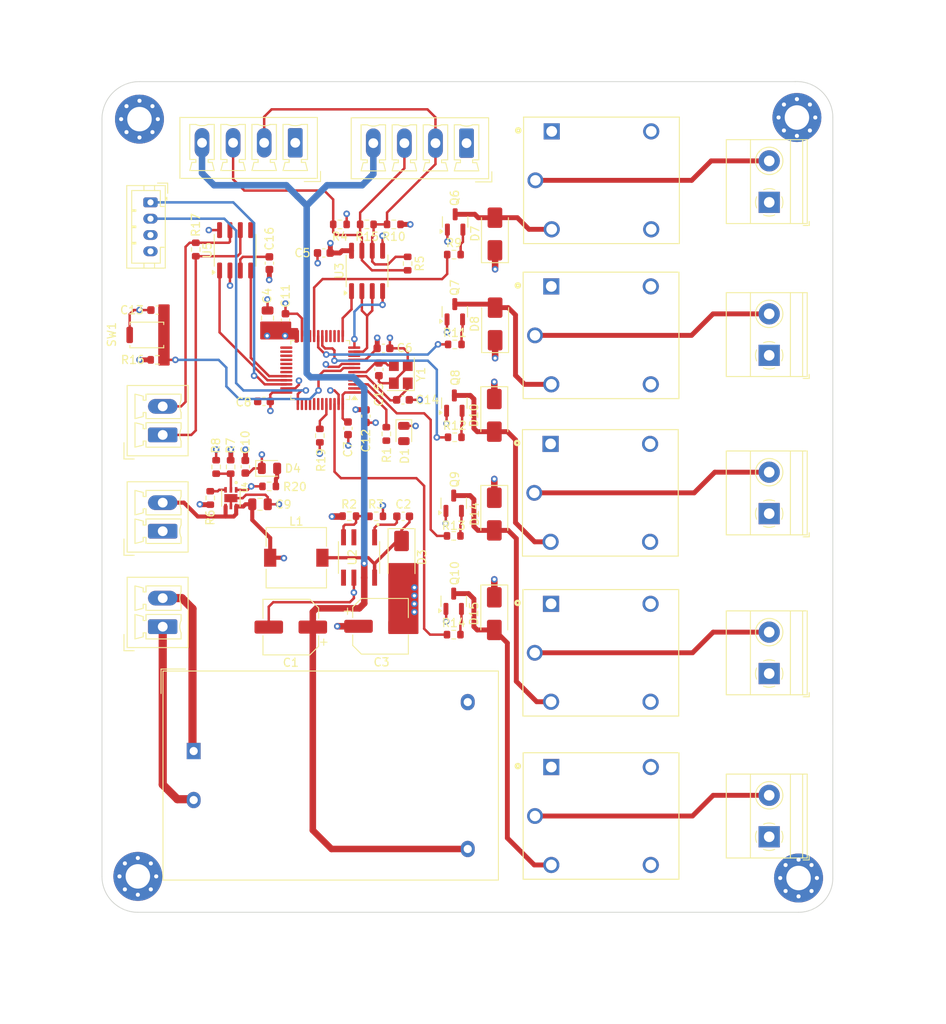
<source format=kicad_pcb>
(kicad_pcb (version 20240108) (generator "pcbnew") (generator_version "8.0")
  (layers (0 "F.Cu" signal) (1 "In1.Cu" power "GND") (2 "In2.Cu" power "PWR") (31 "B.Cu" signal) (34 "B.Paste" user) (35 "F.Paste" user) (36 "B.SilkS" user "B.Silkscreen") (37 "F.SilkS" user "F.Silkscreen") (38 "B.Mask" user) (39 "F.Mask" user) (44 "Edge.Cuts" user))
  (net 0 "")
  (net 1 "GND")
  (net 2 "+24V")
  (net 3 "Net-(U2-BOOT)")
  (net 4 "Net-(D3-K)")
  (net 5 "+12V")
  (net 6 "+3.3V")
  (net 7 "Net-(D1-A)")
  (net 8 "Net-(D4-A)")
  (net 9 "Net-(D7-A)")
  (net 10 "Net-(D8-A)")
  (net 11 "Net-(D10-A)")
  (net 12 "Net-(D14-A)")
  (net 13 "Net-(D15-A)")
  (net 14 "Net-(J5-Pin_2)")
  (net 15 "Net-(J5-Pin_3)")
  (net 16 "L")
  (net 17 "Net-(J14-Pin_2)")
  (net 18 "Net-(J15-Pin_2)")
  (net 19 "N")
  (net 20 "Net-(J16-Pin_2)")
  (net 21 "Net-(J17-Pin_2)")
  (net 22 "Net-(J18-Pin_2)")
  (net 23 "Net-(Q6-B)")
  (net 24 "Net-(Q7-B)")
  (net 25 "Net-(Q8-B)")
  (net 26 "Net-(Q9-B)")
  (net 27 "Net-(Q10-B)")
  (net 28 "NRST")
  (net 29 "Net-(U2-VSENSE)")
  (net 30 "Net-(U4-PG)")
  (net 31 "Net-(U4-NC)")
  (net 32 "/HydroB/Block Relay1/RELAY_1")
  (net 33 "/HydroB/Block Relay1/RELAY_4")
  (net 34 "/HydroB/Block Relay1/RELAY_2")
  (net 35 "/HydroB/Block Relay1/RELAY_5")
  (net 36 "/HydroB/Block Relay1/RELAY_3")
  (net 37 "/HydroB/Block Sensor1/RS485_RX")
  (net 38 "/HydroB/Block Sensor1/EN_RS485")
  (net 39 "/HydroB/Block Sensor1/RS485_TX")
  (net 40 "HSE_IN")
  (net 41 "HSE_OUT")
  (net 42 "Net-(U5-VCC)")
  (net 43 "Net-(J3-Pin_1)")
  (net 44 "Net-(J3-Pin_2)")
  (net 45 "SWCLK")
  (net 46 "SWDIO")
  (net 47 "LED")
  (net 48 "BOOT0")
  (net 54 "/HydroB/Canbus tranceiver /CAN_RX")
  (net 63 "/HydroB/Canbus tranceiver /CAN_TX")
  (net 71 "ENA")
  (footprint "Connector_Phoenix_MC:PhoenixContact_MCV_1,5_2-G-3.5_1x02_P3.50mm_Vertical" (layer "F.Cu") (at 111.45 111.8 90)
    (property "Reference" "J7" (hide yes))
    (property "Value" "Conn_01x02_Pin")
  )
  (footprint "Capacitor_SMD:C_0603_1608Metric" (layer "F.Cu") (at 134.1625 87.4875 -90)
    (property "Reference" "C7")
    (property "Value" "100nf")
  )
  (footprint "Diode_SMD:D_SMA" (layer "F.Cu") (at 152.1 85.9 -90)
    (property "Reference" "D10")
    (property "Value" "1N4007")
  )
  (footprint "TerminalBlock_Phoenix:TerminalBlock_Phoenix_MKDS-1,5-2-5.08_1x02_P5.08mm_Horizontal" (layer "F.Cu") (at 185.8 137.545 90)
    (property "Reference" "J18" (hide yes))
    (property "Value" "Screw_Terminal_01x02")
  )
  (footprint "Capacitor_SMD:C_0603_1608Metric" (layer "F.Cu") (at 140.925 98.275 180)
    (property "Reference" "C2")
    (property "Value" "0.01uF")
  )
  (footprint "Capacitor_SMD:C_0603_1608Metric" (layer "F.Cu") (at 137.95 80.2625 -90)
    (property "Reference" "C15")
    (property "Value" "22PF")
  )
  (footprint "Resistor_SMD:R_0603_1608Metric" (layer "F.Cu") (at 147.25 88.5875)
    (property "Reference" "R12")
    (property "Value" "470")
  )
  (footprint "Resistor_SMD:R_0603_1608Metric" (layer "F.Cu") (at 147.15 66.2)
    (property "Reference" "R9")
    (property "Value" "470")
  )
  (footprint "Resistor_SMD:R_0603_1608Metric" (layer "F.Cu") (at 119.775 92.225 -90)
    (property "Reference" "R7")
    (property "Value" "1.96M")
  )
  (footprint "Diode_SMD:D_SMA" (layer "F.Cu") (at 152.1 110.2 -90)
    (property "Reference" "D15")
    (property "Value" "1N4007")
  )
  (footprint "Package_TO_SOT_SMD:SOT-23" (layer "F.Cu") (at 147.2 84.4 90)
    (property "Reference" "Q8")
    (property "Value" "S8050")
  )
  (footprint "TPS5410D:SOIC127P599X175-8N" (layer "F.Cu") (at 135.52 103.32 -90)
    (property "Reference" "U2")
    (property "Value" "TPS5410D")
  )
  (footprint "Resistor_SMD:R_0603_1608Metric" (layer "F.Cu") (at 124.5 94.61)
    (property "Reference" "R20")
    (property "Value" "1k")
  )
  (footprint "TerminalBlock_Phoenix:TerminalBlock_Phoenix_MKDS-1,5-2-5.08_1x02_P5.08mm_Horizontal" (layer "F.Cu") (at 185.8 117.545 90)
    (property "Reference" "J17" (hide yes))
    (property "Value" "Screw_Terminal_01x02")
  )
  (footprint "Package_QFP:LQFP-48_7x7mm_P0.5mm" (layer "F.Cu") (at 130.7625 80.35 180)
    (property "Reference" "U1" (hide yes))
    (property "Value" "STM32F103C8Tx")
  )
  (footprint "Diode_SMD:D_SMA" (layer "F.Cu") (at 152.1 98 -90)
    (property "Reference" "D14")
    (property "Value" "1N4007")
  )
  (footprint "SRD-05VDC-SL-C (1):RELAY_SRD-05VDC-SL-C" (layer "F.Cu") (at 165.1875 135)
    (property "Reference" "K10" (hide yes))
    (property "Value" "SRD-05VDC-SL-C")
  )
  (footprint "Diode_SMD:D_SMA" (layer "F.Cu") (at 152.2 74.7 90)
    (property "Reference" "D8")
    (property "Value" "1N4007")
  )
  (footprint "Package_SO:SOIC-8_3.9x4.9mm_P1.27mm" (layer "F.Cu") (at 136.5 68.2 90)
    (property "Reference" "U3")
    (property "Value" "SN65HVD72DR")
  )
  (footprint "Resistor_SMD:R_0603_1608Metric" (layer "F.Cu") (at 147.2575 77.21)
    (property "Reference" "R11")
    (property "Value" "470")
  )
  (footprint "Button_Switch_SMD:SW_Push_SPST_NO_Alps_SKRK" (layer "F.Cu") (at 109.5 76.05)
    (property "Reference" "SW1")
    (property "Value" "SW_Push")
  )
  (footprint "Capacitor_SMD:CP_Elec_6.3x5.4_Nichicon" (layer "F.Cu") (at 138.15 111.75)
    (property "Reference" "C3")
    (property "Value" "47uF")
  )
  (footprint "Capacitor_SMD:C_0603_1608Metric" (layer "F.Cu") (at 110.775 73 180)
    (property "Reference" "C13")
    (property "Value" "100nF")
  )
  (footprint "Resistor_SMD:R_0603_1608Metric" (layer "F.Cu") (at 130.7125 88.3875 -90)
    (property "Reference" "R19")
    (property "Value" "10k")
  )
  (footprint "SRD-05VDC-SL-C (1):RELAY_SRD-05VDC-SL-C" (layer "F.Cu") (at 165.1875 76.1)
    (property "Reference" "K7" (hide yes))
    (property "Value" "SRD-05VDC-SL-C")
  )
  (footprint "Resistor_SMD:R_0603_1608Metric" (layer "F.Cu") (at 118 92.225 90)
    (property "Reference" "R8")
    (property "Value" "1.18M")
  )
  (footprint "Resistor_SMD:R_0603_1608Metric" (layer "F.Cu") (at 139.775 62.5 180)
    (property "Reference" "R10")
    (property "Value" "2.1k")
  )
  (footprint "Capacitor_SMD:C_0603_1608Metric" (layer "F.Cu") (at 138.5125 77.6875)
    (property "Reference" "C6")
    (property "Value" "100nf")
  )
  (footprint "Capacitor_SMD:C_0603_1608Metric" (layer "F.Cu") (at 121.575 92.2 -90)
    (property "Reference" "C10")
    (property "Value" "1uF")
  )
  (footprint "SRD-05VDC-SL-C (1):RELAY_SRD-05VDC-SL-C" (layer "F.Cu") (at 165.1 95.4)
    (property "Reference" "K8" (hide yes))
    (property "Value" "SRD-05VDC-SL-C")
  )
  (footprint "Capacitor_SMD:C_0603_1608Metric" (layer "F.Cu") (at 123.8625 84.1875 180)
    (property "Reference" "C8")
    (property "Value" "100nf")
  )
  (footprint "MountingHole:MountingHole_3mm_Pad_Via" (layer "F.Cu") (at 189.4 142.6)
    (property "Reference" "H6" (hide yes))
    (property "Value" "MountingHole")
  )
  (footprint "TerminalBlock_Phoenix:TerminalBlock_Phoenix_MKDS-1,5-2-5.08_1x02_P5.08mm_Horizontal" (layer "F.Cu") (at 185.805 59.795 90)
    (property "Reference" "J14" (hide yes))
    (property "Value" "Screw_Terminal_01x02")
  )
  (footprint "Resistor_SMD:R_0603_1608Metric" (layer "F.Cu") (at 138.8625 88.175 -90)
    (property "Reference" "R1")
    (property "Value" "1k")
  )
  (footprint "Capacitor_SMD:CP_Elec_6.3x5.4_Nichicon" (layer "F.Cu") (at 127.15 111.85 180)
    (property "Reference" "C1")
    (property "Value" "4.7uF")
  )
  (footprint "TPS7A2633DRVR:SON65P200X200X80-7N" (layer "F.Cu") (at 119.805 96.05 -90)
    (property "Reference" "U4")
    (property "Value" "TPS7A2633DRVR")
  )
  (footprint "Inductor_SMD:L_7.3x7.3_H4.5" (layer "F.Cu") (at 127.825 103.35)
    (property "Reference" "L1")
    (property "Value" "68uH")
  )
  (footprint "Capacitor_SMD:C_0603_1608Metric" (layer "F.Cu") (at 124.525 67.25 90)
    (property "Reference" "C16")
    (property "Value" "100nF")
  )
  (footprint "Package_TO_SOT_SMD:SOT-23" (layer "F.Cu") (at 147.3 62.2 90)
    (property "Reference" "Q6")
    (property "Value" "S8050")
  )
  (footprint "Crystal:Crystal_SMD_3225-4Pin_3.2x2.5mm" (layer "F.Cu") (at 140.6375 80.8625 90)
    (property "Reference" "Y1")
    (property "Value" "8Mhz")
  )
  (footprint "Diode_SMD:D_SMA" (layer "F.Cu") (at 140.725 103.295 -90)
    (property "Reference" "D3")
    (property "Value" "B340")
  )
  (footprint "MountingHole:MountingHole_3mm_Pad_Via" (layer "F.Cu") (at 108.6 49.6)
    (property "Reference" "H7" (hide yes))
    (property "Value" "MountingHole")
  )
  (footprint "SRD-05VDC-SL-C (1):RELAY_SRD-05VDC-SL-C" (layer "F.Cu") (at 165.2375 57.1)
    (property "Reference" "K5" (hide yes))
    (property "Value" "SRD-05VDC-SL-C")
  )
  (footprint "Resistor_SMD:R_0603_1608Metric" (layer "F.Cu") (at 133.175 62.5)
    (property "Reference" "R4")
    (property "Value" "2.1k")
  )
  (footprint "Capacitor_SMD:C_0603_1608Metric" (layer "F.Cu") (at 126.5 74.225 90)
    (property "Reference" "C11")
    (property "Value" "100nf")
  )
  (footprint "Connector_Phoenix_MC:PhoenixContact_MCV_1,5_4-G-3.81_1x04_P3.81mm_Vertical" (layer "F.Cu") (at 148.6975 52.5425 180)
    (property "Reference" "J5" (hide yes))
    (property "Value" "PH SENSOR")
  )
  (footprint "Diode_SMD:D_SMA" (layer "F.Cu") (at 152.1775 63.6775 90)
    (property "Reference" "D7")
    (property "Value" "1N4007")
  )
  (footprint "MountingHole:MountingHole_3mm_Pad_Via" (layer "F.Cu") (at 108.4 142.4)
    (property "Reference" "H8" (hide yes))
    (property "Value" "MountingHole")
  )
  (footprint "Capacitor_SMD:C_0603_1608Metric" (layer "F.Cu") (at 140.9 84)
    (property "Reference" "C14")
    (property "Value" "22PF")
  )
  (footprint "Resistor_SMD:R_0603_1608Metric" (layer "F.Cu") (at 134.325 98.25 180)
    (property "Reference" "R2")
    (property "Value" "10k")
  )
  (footprint "Capacitor_SMD:C_0603_1608Metric" (layer "F.Cu") (at 136.3625 86 -90)
    (property "Reference" "C12")
    (property "Value" "100nf")
  )
  (footprint "Capacitor_SMD:C_0805_2012Metric" (layer "F.Cu") (at 124.3 74 90)
    (property "Reference" "C4")
    (property "Value" "4.7uf")
  )
  (footprint "Package_TO_SOT_SMD:SOT-23" (layer "F.Cu") (at 147.1225 96.6725 90)
    (property "Reference" "Q9")
    (property "Value" "S8050")
  )
  (footprint "Package_TO_SOT_SMD:SOT-23" (layer "F.Cu") (at 147.2575 73.21 90)
    (property "Reference" "Q7")
    (property "Value" "S8050")
  )
  (footprint "Resistor_SMD:R_0603_1608Metric" (layer "F.Cu") (at 137.625 98.275 180)
    (property "Reference" "R3")
    (property "Value" "1.13k")
  )
  (footprint "SRD-05VDC-SL-C (1):RELAY_SRD-05VDC-SL-C" (layer "F.Cu") (at 165.1575 115)
    (property "Reference" "K9" (hide yes))
    (property "Value" "SRD-05VDC-SL-C")
  )
  (footprint "Resistor_SMD:R_0603_1608Metric" (layer "F.Cu") (at 147.1225 100.6725)
    (property "Reference" "R13")
    (property "Value" "470")
  )
  (footprint "Converter_ACDC:Converter_ACDC_Hi-Link_HLK-5Mxx" (layer "F.Cu") (at 115.2425 127.0425)
    (property "Reference" "PS2" (hide yes))
    (property "Value" "HLK-5M24")
  )
  (footprint "Connector_JST:JST_PH_B4B-PH-K_1x04_P2.00mm_Vertical" (layer "F.Cu") (at 109.95 59.8 -90)
    (property "Reference" "J4" (hide yes))
    (property "Value" "Conn_01x04_Pin")
  )
  (footprint "MountingHole:MountingHole_3mm_Pad_Via" (layer "F.Cu") (at 189.2 49.4)
    (property "Reference" "H5" (hide yes))
    (property "Value" "MountingHole")
  )
  (footprint "LED_SMD:LED_0805_2012Metric" (layer "F.Cu") (at 124.5375 92.4)
    (property "Reference" "D4")
    (property "Value" "LED_Small")
  )
  (footprint "TerminalBlock_Phoenix:TerminalBlock_Phoenix_MKDS-1,5-2-5.08_1x02_P5.08mm_Horizontal" (layer "F.Cu") (at 185.8 78.545 90)
    (property "Reference" "J15" (hide yes))
    (property "Value" "Screw_Terminal_01x02")
  )
  (footprint "Connector_Phoenix_MC:PhoenixContact_MCV_1,5_2-G-3.5_1x02_P3.50mm_Vertical" (layer "F.Cu") (at 111.45 88.3 90)
    (property "Reference" "J3" (hide yes))
    (property "Value" "Conn_01x02_Pin")
  )
  (footprint "Resistor_SMD:R_0603_1608Metric" (layer "F.Cu") (at 117.275 96.025 -90)
    (property "Reference" "R6")
    (property "Value" "10K")
  )
  (footprint "Package_SO:SOIC-8_3.9x4.9mm_P1.27mm" (layer "F.Cu") (at 120.325 65.675 90)
    (property "Reference" "U5")
    (property "Value" "SN65HVD230")
  )
  (footprint "Capacitor_SMD:C_0805_2012Metric" (layer "F.Cu") (at 123.375 96.8)
    (property "Reference" "C9")
    (property "Value" "1uF")
  )
  (footprint "Resistor_SMD:R_0603_1608Metric" (layer "F.Cu") (at 110.8 79.1)
    (property "Reference" "R16")
    (property "Value" "10k")
  )
  (footprint "Resistor_SMD:R_0603_1608Metric" (layer "F.Cu") (at 141.475 67.3 -90)
    (property "Reference" "R5")
    (property "Value" "124")
  )
  (footprint "Connector_Phoenix_MC:PhoenixContact_MCV_1,5_4-G-3.81_1x04_P3.81mm_Vertical" (layer "F.Cu") (at 127.6975 52.5 180)
    (property "Reference" "J6" (hide yes))
    (property "Value" "EC SENSOR")
  )
  (footprint "Connector_Phoenix_MC:PhoenixContact_MCV_1,5_2-G-3.5_1x02_P3.50mm_Vertical" (layer "F.Cu") (at 111.45 100.1 90)
    (property "Reference" "J1" (hide yes))
    (property "Value" "FAN")
  )
  (footprint "LED_SMD:LED_0805_2012Metric" (layer "F.Cu") (at 141.0125 88.125 -90)
    (property "Reference" "D1")
    (property "Value" "LED_Small")
  )
  (footprint "Package_TO_SOT_SMD:SOT-23" (layer "F.Cu") (at 147.1225 108.685 90)
    (property "Reference" "Q10")
    (property "Value" "S8050")
  )
  (footprint "Resistor_SMD:R_0603_1608Metric" (layer "F.Cu") (at 147.1225 112.7725)
    (property "Reference" "R14")
    (property "Value" "470")
  )
  (footprint "TerminalBlock_Phoenix:TerminalBlock_Phoenix_MKDS-1,5-2-5.08_1x02_P5.08mm_Horizontal" (layer "F.Cu") (at 185.8 97.945 90)
    (property "Reference" "J16" (hide yes))
    (property "Value" "Screw_Terminal_01x02")
  )
  (footprint "Resistor_SMD:R_0603_1608Metric" (layer "F.Cu") (at 136.475 62.5 180)
    (property "Reference" "R15")
    (property "Value" "120")
  )
  (footprint "Capacitor_SMD:C_0603_1608Metric" (layer "F.Cu") (at 131.2 66 180)
    (property "Reference" "C5")
    (property "Value" "0.1uF")
  )
  (footprint "Resistor_SMD:R_0603_1608Metric" (layer "F.Cu") (at 115.5 65.575 90)
    (property "Reference" "R17")
    (property "Value" "120")
  )
  (gr_line (start 108.6 45) (end 189 45) (stroke (width 0.1)) (layer "Edge.Cuts"))
  (gr_arc (start 193.6 142.6) (mid 192.369848 145.569848) (end 189.4 146.8) (stroke (width 0.1)) (layer "Edge.Cuts"))
  (gr_arc (start 189 45) (mid 192.24295 46.215592) (end 193.604543 49.4) (stroke (width 0.1)) (layer "Edge.Cuts"))
  (gr_line (start 189.4 146.8) (end 108.4 146.8) (stroke (width 0.1)) (layer "Edge.Cuts"))
  (gr_line (start 104 142.4) (end 104 49.6) (stroke (width 0.1)) (layer "Edge.Cuts"))
  (gr_line (start 193.604543 49.4) (end 193.6 142.6) (stroke (width 0.1)) (layer "Edge.Cuts"))
  (gr_arc (start 108.4 146.8) (mid 105.28873 145.51127) (end 104 142.4) (stroke (width 0.1)) (layer "Edge.Cuts"))
  (gr_arc (start 104 49.6) (mid 105.347309 46.347309) (end 108.6 45) (stroke (width 0.1)) (layer "Edge.Cuts"))
  (segment (start 146.3 75.7) (end 146.3 74.155) (width 0.3) (layer "F.Cu") (net 1))
  (segment (start 146.3 74.155) (end 146.3075 74.1475) (width 0.3) (layer "F.Cu") (net 1))
  (segment (start 130.7 90.6) (end 130.7 89.225) (width 0.3) (layer "F.Cu") (net 1))
  (segment (start 146.2 109.65) (end 146.1725 109.6225) (width 0.3) (layer "F.Cu") (net 1))
  (segment (start 138.1625 81.9625) (end 139.7875 81.9625) (width 0.3) (layer "F.Cu") (net 1))
  (segment (start 133.0125 83.3625) (end 133.0125 84.5125) (width 0.3) (layer "F.Cu") (net 1))
  (segment (start 119.69 68.15) (end 119.69 69.99) (width 0.3) (layer "F.Cu") (net 1))
  (segment (start 121.67 95.63) (end 124.03 95.63) (width 0.3) (layer "F.Cu") (net 1))
  (segment (start 124.3 71.7) (end 124.3 73.05) (width 0.3) (layer "F.Cu") (net 1))
  (segment (start 139.3 76.4) (end 139.3 77.675) (width 0.3) (layer "F.Cu") (net 1))
  (segment (start 119.69 69.99) (end 119.7 70) (width 0.3) (layer "F.Cu") (net 1))
  (segment (start 124.45 111.85) (end 124.45 109.35) (width 0.3) (layer "F.Cu") (net 1))
  (segment (start 123.6 90.7) (end 123.6 92.4) (width 0.3) (layer "F.Cu") (net 1))
  (segment (start 124.325 95.925) (end 124.325 96.725) (width 0.3) (layer "F.Cu") (net 1))
  (segment (start 107.9 73) (end 107.4 73.5) (width 0.3) (layer "F.Cu") (net 1))
  (segment (start 124.03 95.63) (end 124.325 95.925) (width 0.3) (layer "F.Cu") (net 1))
  (segment (start 133.4 79.6) (end 134.925 79.6) (width 0.3) (layer "F.Cu") (net 1))
  (segment (start 128.15 82.15) (end 127.7 82.6) (width 0.3) (layer "F.Cu") (net 1))
  (segment (start 142.95 84) (end 141.675 84) (width 0.3) (layer "F.Cu") (net 1))
  (segment (start 137.95 81.75) (end 138.1625 81.9625) (width 0.3) (layer "F.Cu") (net 1))
  (segment (start 146.15 99.15) (end 146.15 97.6325) (width 0.3) (layer "F.Cu") (net 1))
  (segment (start 146.25 86.9) (end 146.25 85.3375) (width 0.3) (layer "F.Cu") (net 1))
  (segment (start 130.7 89.225) (end 130.7125 89.2125) (width 0.3) (layer "F.Cu") (net 1))
  (segment (start 125 108.8) (end 134.4 108.8) (width 0.3) (layer "F.Cu") (net 1))
  (segment (start 137.95 81.0375) (end 137.95 81.75) (width 0.3) (layer "F.Cu") (net 1))
  (segment (start 141.4875 80.0125) (end 141.4875 79.7625) (width 0.3) (layer "F.Cu") (net 1))
  (segment (start 108.6 73) (end 110 73) (width 0.3) (layer "F.Cu") (net 1))
  (segment (start 139.7875 81.9625) (end 139.7875 81.7125) (width 0.3) (layer "F.Cu") (net 1))
  (segment (start 142.4375 87.1875) (end 141.0125 87.1875) (width 0.3) (layer "F.Cu") (net 1))
  (segment (start 128.5125 76.1875) (end 128.5125 74.0125) (width 0.3) (layer "F.Cu") (net 1))
  (segment (start 126.5 72.2) (end 126.5 73.45) (width 0.3) (layer "F.Cu") (net 1))
  (segment (start 119.805 97.07) (end 119.805 96.05) (width 0.3) (layer "F.Cu") (net 1))
  (segment (start 138.4 65.72) (end 138.405 65.725) (width 0.3) (layer "F.Cu") (net 1))
  (segment (start 138.45 96.95) (end 138.45 98.275) (width 0.3) (layer "F.Cu") (net 1))
  (segment (start 142.45 87.2) (end 142.4375 87.1875) (width 0.3) (layer "F.Cu") (net 1))
  (segment (start 122.6 92.4) (end 123.6 92.4) (width 0.3) (layer "F.Cu") (net 1))
  (segment (start 134.2 88.3) (end 134.1625 88.2625) (width 0.3) (layer "F.Cu") (net 1))
  (segment (start 121.575 92.975) (end 122.025 92.975) (width 0.3) (layer "F.Cu") (net 1))
  (segment (start 124.45 109.35) (end 125 108.8) (width 0.3) (layer "F.Cu") (net 1))
  (segment (start 127.7 82.6) (end 126.6 82.6) (width 0.3) (layer "F.Cu") (net 1))
  (segment (start 136.3875 86.8) (end 136.3625 86.775) (width 0.3) (layer "F.Cu") (net 1))
  (segment (start 134.2 89.6) (end 134.2 88.3) (width 0.3) (layer "F.Cu") (net 1))
  (segment (start 134.885 108.315) (end 134.885 107.615) (width 0.3) (layer "F.Cu") (net 1))
  (segment (start 130.425 66) (end 130.425 67.225) (width 0.3) (layer "F.Cu") (net 1))
  (segment (start 125.7 96.8) (end 124.325 96.8) (width 0.3) (layer "F.Cu") (net 1))
  (segment (start 108.6 73) (end 107.9 73) (width 0.3) (layer "F.Cu") (net 1))
  (segment (start 134 62.5) (end 134 61.2) (width 0.3) (layer "F.Cu") (net 1))
  (segment (start 146.35 64.6) (end 146.35 63.1375) (width 0.3) (layer "F.Cu") (net 1))
  (segment (start 130.425 67.225) (end 130.45 67.25) (width 0.3) (layer "F.Cu") (net 1))
  (segment (start 107.4 73.5) (end 107.4 76.05) (width 0.3) (layer "F.Cu") (net 1))
  (segment (start 122.025 92.975) (end 122.6 92.4) (width 0.3) (layer "F.Cu") (net 1))
  (segment (start 134.885 107.615) (end 134.885 105.79) (width 0.3) (layer "F.Cu") (net 1))
  (segment (start 119.805 96.05) (end 121.25 96.05) (width 0.3) (layer "F.Cu") (net 1))
  (segment (start 140.85 105.42) (end 140.725 105.295) (width 0.6) (layer "F.Cu") (net 1))
  (segment (start 132.5 82.85) (end 133.0125 83.3625) (width 0.3) (layer "F.Cu") (net 1))
  (segment (start 131.45 79.65) (end 131.75 79.95) (width 0.3) (layer "F.Cu") (net 1))
  (segment (start 128.15 81.65) (end 128.15 82.15) (width 0.3) (layer "F.Cu") (net 1))
  (segment (start 141 77.6875) (end 139.2875 77.6875) (width 0.3) (layer "F.Cu") (net 1))
  (segment (start 141.4875 78.175) (end 141 77.6875) (width 0.3) (layer "F.Cu") (net 1))
  (segment (start 121.25 96.05) (end 121.67 95.63) (width 0.3) (layer "F.Cu") (net 1))
  (segment (start 128.5125 74.0125) (end 127.95 73.45) (width 0.3) (layer "F.Cu") (net 1))
  (segment (start 138.4 63.9) (end 138.4 65.72) (width 0.3) (layer "F.Cu") (net 1))
  (segment (start 117.1 63.2) (end 118.42 63.2) (width 0.3) (layer "F.Cu") (net 1))
  (segment (start 133.05 79.95) (end 133.4 79.6) (width 0.3) (layer "F.Cu") (net 1))
  (segment (start 118 90.1) (end 118 91.4) (width 0.3) (layer "F.Cu") (net 1))
  (segment (start 139.3 77.675) (end 139.2875 77.6875) (width 0.3) (layer "F.Cu") (net 1))
  (segment (start 146.15 97.6325) (end 146.1725 97.61) (width 0.3) (layer "F.Cu") (net 1))
  (segment (start 139.7875 81.7125) (end 141.4875 80.0125) (width 0.3) (layer "F.Cu") (net 1))
  (segment (start 131.75 79.95) (end 133.05 79.95) (width 0.3) (layer "F.Cu") (net 1))
  (segment (start 132 82.85) (end 132.5 82.85) (width 0.3) (layer "F.Cu") (net 1))
  (segment (start 141.4875 79.7625) (end 141.4875 78.175) (width 0.3) (layer "F.Cu") (net 1))
  (segment (start 146.2 111.15) (end 146.2 109.65) (width 0.3) (layer "F.Cu") (net 1))
  (segment (start 134.4 108.8) (end 134.885 108.315) (width 0.3) (layer "F.Cu") (net 1))
  (segment (start 127.95 73.45) (end 126.5 73.45) (width 0.3) (layer "F.Cu") (net 1))
  (segment (start 137.55 86.8) (end 136.3875 86.8) (width 0.3) (layer "F.Cu") (net 1))
  (via (at 146.15 99.15) (size 0.8) (drill 0.4) (layers "F.Cu" "B.Cu") (net 1))
  (via (at 142.3 108) (size 0.8) (drill 0.4) (layers "F.Cu" "B.Cu") (net 1))
  (via (at 146.3 75.7) (size 0.8) (drill 0.4) (layers "F.Cu" "B.Cu") (net 1))
  (via (at 124.3 71.7) (size 0.8) (drill 0.4) (layers "F.Cu" "B.Cu") (net 1))
  (via (at 130.7 90.6) (size 0.8) (drill 0.4) (layers "F.Cu" "B.Cu") (net 1))
  (via (at 139.3 76.4) (size 0.8) (drill 0.4) (layers "F.Cu" "B.Cu") (net 1))
  (via (at 134.2 89.6) (size 0.8) (drill 0.4) (layers "F.Cu" "B.Cu") (net 1))
  (via (at 108.6 73) (size 0.8) (drill 0.4) (layers "F.Cu" "B.Cu") (net 1))
  (via (at 142.3 107) (size 0.8) (drill 0.4) (layers "F.Cu" "B.Cu") (net 1))
  (via (at 131.45 79.65) (size 0.8) (drill 0.4) (layers "F.Cu" "B.Cu") (net 1))
  (via (at 137.55 86.8) (size 0.8) (drill 0.4) (layers "F.Cu" "B.Cu") (net 1))
  (via (at 142.3 110) (size 0.8) (drill 0.4) (layers "F.Cu" "B.Cu") (net 1))
  (via (at 134.885 107.615) (size 0.8) (drill 0.4) (layers "F.Cu" "B.Cu") (net 1))
  (via (at 128.15 81.65) (size 0.8) (drill 0.4) (layers "F.Cu" "B.Cu") (net 1))
  (via (at 146.2 111.15) (size 0.8) (drill 0.4) (layers "F.Cu" "B.Cu") (net 1))
  (via (at 138.4 63.9) (size 0.8) (drill 0.4) (layers "F.Cu" "B.Cu") (net 1))
  (via (at 126.5 72.2) (size 0.8) (drill 0.4) (layers "F.Cu" "B.Cu") (net 1))
  (via (at 123.6 90.7) (size 0.8) (drill 0.4) (layers "F.Cu" "B.Cu") (net 1))
  (via (at 118 90.1) (size 0.8) (drill 0.4) (layers "F.Cu" "B.Cu") (net 1))
  (via (at 117.1 63.2) (size 0.8) (drill 0.4) (layers "F.Cu" "B.Cu") (net 1))
  (via (at 130.45 67.25) (size 0.8) (drill 0.4) (layers "F.Cu" "B.Cu") (net 1))
  (via (at 138.45 96.95) (size 0.8) (drill 0.4) (layers "F.Cu" "B.Cu") (net 1))
  (via (at 146.35 64.6) (size 0.8) (drill 0.4) (layers "F.Cu" "B.Cu") (net 1))
  (via (at 142.3 109) (size 0.8) (drill 0.4) (layers "F.Cu" "B.Cu") (net 1))
  (via (at 142.45 87.2) (size 0.8) (drill 0.4) (layers "F.Cu" "B.Cu") (net 1))
  (via (at 142.95 84) (size 0.8) (drill 0.4) (layers "F.Cu" "B.Cu") (net 1))
  (via (at 132 82.85) (size 0.8) (drill 0.4) (layers "F.Cu" "B.Cu") (net 1))
  (via (at 125.7 96.8) (size 0.8) (drill 0.4) (layers "F.Cu" "B.Cu") (net 1))
  (via (at 134 61.2) (size 0.8) (drill 0.4) (layers "F.Cu" "B.Cu") (net 1))
  (via (at 119.7 70) (size 0.8) (drill 0.4) (layers "F.Cu" "B.Cu") (net 1))
  (via (at 146.25 86.9) (size 0.8) (drill 0.4) (layers "F.Cu" "B.Cu") (net 1))
  (segment (start 136.155 104.195) (end 136.155 105.79) (width 0.8) (layer "F.Cu") (net 2))
  (segment (start 135.55 109.55) (end 136.155 108.945) (width 0.8) (layer "F.Cu") (net 2))
  (segment (start 129.85 110) (end 130.3 109.55) (width 0.8) (layer "F.Cu") (net 2))
  (segment (start 148.8425 139.0425) (end 132.1425 139.0425) (width 0.8) (layer "F.Cu") (net 2))
  (segment (start 136.155 108.945) (end 136.155 105.79) (width 0.8) (layer "F.Cu") (net 2))
  (segment (start 130.3 109.55) (end 135.55 109.55) (width 0.8) (layer "F.Cu") (net 2))
  (segment (start 129.85 136.75) (end 129.85 111.85) (width 0.8) (layer "F.Cu") (net 2))
  (segment (start 132.1425 139.0425) (end 129.85 136.75) (width 0.8) (layer "F.Cu") (net 2))
  (segment (start 129.85 111.85) (end 129.85 110) (width 0.8) (layer "F.Cu") (net 2))
  (via (at 136.155 104.05) (size 0.8) (drill 0.4) (layers "F.Cu" "B.Cu") (net 2))
  (segment (start 127.95 59.05) (end 126.6 57.7) (width 0.8) (layer "B.Cu") (net 2))
  (segment (start 135.9 57.7) (end 137.2675 56.3325) (width 0.8) (layer "B.Cu") (net 2))
  (segment (start 129.1 60.2) (end 131.6 57.7) (width 0.8) (layer "B.Cu") (net 2))
  (segment (start 131.6 57.7) (end 135.9 57.7) (width 0.8) (layer "B.Cu") (net 2))
  (segment (start 129.1 60.2) (end 127.95 59.05) (width 0.8) (layer "B.Cu") (net 2))
  (segment (start 136.155 82.555) (end 134.835786 81.235786) (width 0.8) (layer "B.Cu") (net 2))
  (segment (start 117.75 57.7) (end 116.2675 56.2175) (width 0.8) (layer "B.Cu") (net 2))
  (segment (start 129.585786 81.235786) (end 129.1 80.75) (width 0.8) (layer "B.Cu") (net 2))
  (segment (start 136.155 104.05) (end 136.155 82.555) (width 0.8) (layer "B.Cu") (net 2))
  (segment (start 116.2675 56.2175) (end 116.2675 52.5) (width 0.8) (layer "B.Cu") (net 2))
  (segment (start 129.1 80.75) (end 129.1 60.2) (width 0.8) (layer "B.Cu") (net 2))
  (segment (start 126.6 57.7) (end 117.75 57.7) (width 0.8) (layer "B.Cu") (net 2))
  (segment (start 137.2675 56.3325) (end 137.2675 52.5425) (width 0.8) (layer "B.Cu") (net 2))
  (segment (start 134.835786 81.235786) (end 129.585786 81.235786) (width 0.8) (layer "B.Cu") (net 2))
  (segment (start 140.15 98.275) (end 140.15 99.05) (width 0.3) (layer "F.Cu") (net 3))
  (segment (start 137.425 99.675) (end 137.425 100.85) (width 0.3) (layer "F.Cu") (net 3))
  (segment (start 140.15 99.05) (end 139.9 99.3) (width 0.3) (layer "F.Cu") (net 3))
  (segment (start 137.8 99.3) (end 137.425 99.675) (width 0.3) (layer "F.Cu") (net 3))
  (segment (start 139.9 99.3) (end 137.8 99.3) (width 0.3) (layer "F.Cu") (net 3))
  (segment (start 141.7 98.275) (end 141.7 99) (width 0.3) (layer "F.Cu") (net 4))
  (segment (start 137.425 104.125) (end 137.425 105.79) (width 0.4) (layer "F.Cu") (net 4))
  (segment (start 137.425 104.075) (end 140.205 101.295) (width 0.4) (layer "F.Cu") (net 4))
  (segment (start 140.205 101.295) (end 140.725 101.295) (width 0.4) (layer "F.Cu") (net 4))
  (segment (start 141.7 99) (end 140.725 99.975) (width 0.3) (layer "F.Cu") (net 4))
  (segment (start 131.025 103.35) (end 136.65 103.35) (width 0.4) (layer "F.Cu") (net 4))
  (segment (start 140.725 99.975) (end 140.725 101.295) (width 0.3) (layer "F.Cu") (net 4))
  (segment (start 137.425 105.79) (end 137.425 104.075) (width 0.4) (layer "F.Cu") (net 4))
  (segment (start 136.65 103.35) (end 137.425 104.125) (width 0.4) (layer "F.Cu") (net 4))
  (segment (start 140.305 101.295) (end 140.725 101.295) (width 0.6) (layer "F.Cu") (net 4))
  (segment (start 152.1 81.8) (end 152.1 83.9) (width 0.8) (layer "F.Cu") (net 5))
  (segment (start 114.05 96.6) (end 111.45 96.6) (width 0.5) (layer "F.Cu") (net 5))
  (segment (start 115.75 98.3) (end 114.05 96.6) (width 0.5) (layer "F.Cu") (net 5))
  (segment (start 124.625 100.925) (end 124.625 103.35) (width 0.5) (layer "F.Cu") (net 5))
  (segment (start 120.455 97.995) (end 120.15 98.3) (width 0.5) (layer "F.Cu") (net 5))
  (segment (start 122.425 96.8) (end 122.425 98.725) (width 0.5) (layer "F.Cu") (net 5))
  (segment (start 132.2 98.3) (end 133.45 98.3) (width 0.8) (layer "F.Cu") (net 5))
  (segment (start 121.33 97.07) (end 121.6 96.8) (width 0.5) (layer "F.Cu") (net 5))
  (segment (start 133.45 98.3) (end 133.5 98.25) (width 0.8) (layer "F.Cu") (net 5))
  (segment (start 119.155 98.295) (end 119.15 98.3) (width 0.5) (layer "F.Cu") (net 5))
  (segment (start 126.25 103.35) (end 126.3 103.4) (width 0.5) (layer "F.Cu") (net 5))
  (segment (start 121.6 96.8) (end 122.425 96.8) (width 0.5) (layer "F.Cu") (net 5))
  (segment (start 120.455 97.07) (end 120.455 97.995) (width 0.5) (layer "F.Cu") (net 5))
  (segment (start 120.15 98.3) (end 115.75 98.3) (width 0.5) (layer "F.Cu") (net 5))
  (segment (start 152.2 78.9) (end 152.2 76.7) (width 0.8) (layer "F.Cu") (net 5))
  (segment (start 122.425 98.725) (end 124.625 100.925) (width 0.5) (layer "F.Cu") (net 5))
  (segment (start 120.455 97.07) (end 121.33 97.07) (width 0.5) (layer "F.Cu") (net 5))
  (segment (start 152.2 65.7) (end 152.1775 65.6775) (width 0.8) (layer "F.Cu") (net 5))
  (segment (start 152.2 68) (end 152.2 65.7) (width 0.8) (layer "F.Cu") (net 5))
  (segment (start 119.155 97.07) (end 119.155 98.295) (width 0.5) (layer "F.Cu") (net 5))
  (segment (start 124.625 103.35) (end 126.25 103.35) (width 0.5) (layer "F.Cu") (net 5))
  (segment (start 132.85 111.75) (end 135.45 111.75) (width 0.8) (layer "F.Cu") (net 5))
  (segment (start 152.1 93.7) (end 152.1 96) (width 0.8) (layer "F.Cu") (net 5))
  (segment (start 152.1 106) (end 152.1 108.2) (width 0.8) (layer "F.Cu") (net 5))
  (via (at 152.1 93.7) (size 0.8) (drill 0.4) (layers "F.Cu" "B.Cu") (net 5))
  (via (at 152.1 81.8) (size 0.8) (drill 0.4) (layers "F.Cu" "B.Cu") (net 5))
  (via (at 126.3 103.4) (size 0.8) (drill 0.4) (layers "F.Cu" "B.Cu") (net 5))
  (via (at 152.2 78.9) (size 0.8) (drill 0.4) (layers "F.Cu" "B.Cu") (net 5))
  (via (at 152.1 106) (size 0.8) (drill 0.4) (layers "F.Cu" "B.Cu") (net 5))
  (via (at 152.2 68) (size 0.8) (drill 0.4) (layers "F.Cu" "B.Cu") (net 5))
  (via (at 132.85 111.75) (size 0.8) (drill 0.4) (layers "F.Cu" "B.Cu") (net 5))
  (via (at 132.2 98.3) (size 0.8) (drill 0.4) (layers "F.Cu" "B.Cu") (net 5))
  (segment (start 123.665 94.6) (end 123.675 94.61) (width 0.3) (layer "F.Cu") (net 6))
  (segment (start 122.3 94.6) (end 123.665 94.6) (width 0.3) (layer "F.Cu") (net 6))
  (segment (start 133.5125 84.5125) (end 133.5125 83.3875) (width 0.3) (layer "F.Cu") (net 6))
  (segment (start 133.45 65.725) (end 134.595 65.725) (width 0.6) (layer "F.Cu") (net 6))
  (segment (start 124.525 69.275) (end 124.5 69.3) (width 0.6) (layer "F.Cu") (net 6))
  (segment (start 126.45 76.15) (end 126.45 75.05) (width 0.6) (layer "F.Cu") (net 6))
  (segment (start 121.87 95.03) (end 120.455 95.03) (width 0.3) (layer "F.Cu") (net 6))
  (segment (start 124.25 75) (end 124.3 74.95) (width 0.8) (layer "F.Cu") (net 6))
  (segment (start 136.305393 79.1) (end 136.417893 78.9875) (width 0.3) (layer "F.Cu") (net 6))
  (segment (start 137.75 77.675) (end 137.7375 77.6875) (width 0.6) (layer "F.Cu") (net 6))
  (segment (start 132 65.975) (end 131.975 66) (width 0.6) (layer "F.Cu") (net 6))
  (segment (start 131.975 66) (end 133.175 66) (width 0.6) (layer "F.Cu") (net 6))
  (segment (start 119.8 91.375) (end 119.775 91.4) (width 0.6) (layer "F.Cu") (net 6))
  (segment (start 136.417893 78.9875) (end 136.4375 78.9875) (width 0.3) (layer "F.Cu") (net 6))
  (segment (start 136.3375 85.2) (end 136.3625 85.225) (width 0.6) (layer "F.Cu") (net 6))
  (segment (start 141.8 62.5) (end 140.6 62.5) (width 0.6) (layer "F.Cu") (net 6))
  (segment (start 126.45 75.05) (end 126.5 75) (width 0.8) (layer "F.Cu") (net 6))
  (segment (start 119.8 90.1) (end 119.8 91.375) (width 0.6) (layer "F.Cu") (net 6))
  (segment (start 135.1 85.2) (end 136.3375 85.2) (width 0.6) (layer "F.Cu") (net 6))
  (segment (start 137.75 76.4) (end 137.75 77.675) (width 0.6) (layer "F.Cu") (net 6))
  (segment (start 132 64.8) (end 132 65.975) (width 0.6) (layer "F.Cu") (net 6))
  (segment (start 122.3 94.6) (end 121.87 95.03) (width 0.3) (layer "F.Cu") (net 6))
  (segment (start 133.5125 83.3875) (end 133.8 83.1) (width 0.3) (layer "F.Cu") (net 6))
  (segment (start 108.6 79.1) (end 109.975 79.1) (width 0.6) (layer "F.Cu") (net 6))
  (segment (start 136.4375 78.9875) (end 137.7375 77.6875) (width 0.3) (layer "F.Cu") (net 6))
  (segment (start 124.525 68.025) (end 124.525 69.275) (width 0.6) (layer "F.Cu") (net 6))
  (segment (start 133.175 66) (end 133.45 65.725) (width 0.6) (layer "F.Cu") (net 6))
  (segment (start 133.8 83.1) (end 134.925 83.1) (width 0.3) (layer "F.Cu") (net 6))
  (segment (start 136.3625 83.4625) (end 136.3625 85.225) (width 0.3) (layer "F.Cu") (net 6))
  (segment (start 133.5125 86.2625) (end 133.5125 84.5125) (width 0.3) (layer "F.Cu") (net 6))
  (segment (start 121.6 91.4) (end 121.575 91.425) (width 0.6) (layer "F.Cu") (net 6))
  (segment (start 116 96.8) (end 116.05 96.85) (width 0.6) (layer "F.Cu") (net 6))
  (segment (start 124.9 83.1) (end 124.6375 83.3625) (width 0.3) (layer "F.Cu") (net 6))
  (segment (start 116.05 96.85) (end 117.275 96.85) (width 0.6) (layer "F.Cu") (net 6))
  (segment (start 134.1625 86.7125) (end 133.9625 86.7125) (width 0.3) (layer "F.Cu") (net 6))
  (segment (start 133.9625 86.7125) (end 133.5125 86.2625) (width 0.3) (layer "F.Cu") (net 6))
  (segment (start 124.65 84.2) (end 124.6375 84.1875) (width 0.3) (layer "F.Cu") (net 6))
  (segment (start 124.65 85.35) (end 124.65 84.2) (width 0.3) (layer "F.Cu") (net 6))
  (segment (start 134.925 79.1) (end 136.305393 79.1) (width 0.3) (layer "F.Cu") (net 6))
  (segment (start 124.6375 83.3625) (end 124.6375 84.1875) (width 0.3) (layer "F.Cu") (net 6))
  (segment (start 124.25 76.15) (end 124.25 75) (width 0.6) (layer "F.Cu") (net 6))
  (segment (start 121.6 90.1) (end 121.6 91.4) (width 0.6) (layer "F.Cu") (net 6))
  (segment (start 126.6 83.1) (end 124.9 83.1) (width 0.3) (layer "F.Cu") (net 6))
  (segment (start 136 83.1) (end 136.3625 83.4625) (width 0.3) (layer "F.Cu") (net 6))
  (segment (start 134.925 83.1) (end 136 83.1) (width 0.3) (layer "F.Cu") (net 6))
  (via (at 124.65 85.35) (size 0.8) (drill 0.4) (layers "F.Cu" "B.Cu") (net 6))
  (via (at 135.1 85.2) (size 0.8) (drill 0.4) (layers "F.Cu" "B.Cu") (net 6))
  (via (at 137.75 76.4) (size 0.8) (drill 0.4) (layers "F.Cu" "B.Cu") (net 6))
  (via (at 116 96.8) (size 0.8) (drill 0.4) (layers "F.Cu" "B.Cu") (net 6))
  (via (at 119.8 90.1) (size 0.8) (drill 0.4) (layers "F.Cu" "B.Cu") (net 6))
  (via (at 141.8 62.5) (size 0.8) (drill 0.4) (layers "F.Cu" "B.Cu") (net 6))
  (via (at 132 64.8) (size 0.8) (drill 0.4) (layers "F.Cu" "B.Cu") (net 6))
  (via (at 126.45 76.15) (size 0.8) (drill 0.4) (layers "F.Cu" "B.Cu") (net 6))
  (via (at 121.6 90.1) (size 0.8) (drill 0.4) (layers "F.Cu" "B.Cu") (net 6))
  (via (at 108.6 79.1) (size 0.8) (drill 0.4) (layers "F.Cu" "B.Cu") (net 6))
  (via (at 124.25 76.15) (size 0.8) (drill 0.4) (layers "F.Cu" "B.Cu") (net 6))
  (via (at 122.3 94.6) (size 0.8) (drill 0.4) (layers "F.Cu" "B.Cu") (net 6))
  (via (at 124.5 69.3) (size 0.8) (drill 0.4) (layers "F.Cu" "B.Cu") (net 6))
  (segment (start 125.325 94.61) (end 125.325 93.675) (width 0.5) (layer "F.Cu") (net 8))
  (segment (start 125.325 93.675) (end 125.475 93.525) (width 0.5) (layer "F.Cu") (net 8))
  (segment (start 125.475 93.525) (end 125.475 92.4) (width 0.5) (layer "F.Cu") (net 8))
  (segment (start 154.9275 61.6775) (end 156.35 63.1) (width 0.6) (layer "F.Cu") (net 9))
  (segment (start 152.1775 61.6775) (end 154.9275 61.6775) (width 0.6) (layer "F.Cu") (net 9))
  (segment (start 150.1275 61.6775) (end 149.7125 61.2625) (width 0.6) (layer "F.Cu") (net 9))
  (segment (start 149.7125 61.2625) (end 147.3 61.2625) (width 0.6) (layer "F.Cu") (net 9))
  (segment (start 152.1775 61.6775) (end 150.1275 61.6775) (width 0.6) (layer "F.Cu") (net 9))
  (segment (start 156.35 63.1) (end 159.1375 63.1) (width 0.6) (layer "F.Cu") (net 9))
  (segment (start 147.2575 72.2725) (end 151.7725 72.2725) (width 0.6) (layer "F.Cu") (net 10))
  (segment (start 153.8 72.7) (end 152.2 72.7) (width 0.6) (layer "F.Cu") (net 10))
  (segment (start 154.7 73.6) (end 153.8 72.7) (width 0.6) (layer "F.Cu") (net 10))
  (segment (start 159.0875 82.1) (end 155.8 82.1) (width 0.6) (layer "F.Cu") (net 10))
  (segment (start 155.8 82.1) (end 154.7 81) (width 0.6) (layer "F.Cu") (net 10))
  (segment (start 151.7725 72.2725) (end 152.2 72.7) (width 0.6) (layer "F.Cu") (net 10))
  (segment (start 154.7 81) (end 154.7 73.6) (width 0.6) (layer "F.Cu") (net 10))
  (segment (start 149.1625 83.4625) (end 149.6 83.9) (width 0.6) (layer "F.Cu") (net 11))
  (segment (start 147.2 83.4625) (end 149.1625 83.4625) (width 0.6) (layer "F.Cu") (net 11))
  (segment (start 157.05 101.4) (end 154.7 99.05) (width 0.6) (layer "F.Cu") (net 11))
  (segment (start 150 87.9) (end 152.1 87.9) (width 0.6) (layer "F.Cu") (net 11))
  (segment (start 149.6 87.5) (end 150 87.9) (width 0.6) (layer "F.Cu") (net 11))
  (segment (start 153.7 87.9) (end 152.1 87.9) (width 0.6) (layer "F.Cu") (net 11))
  (segment (start 154.7 99.05) (end 154.7 88.9) (width 0.6) (layer "F.Cu") (net 11))
  (segment (start 154.7 88.9) (end 153.7 87.9) (width 0.6) (layer "F.Cu") (net 11))
  (segment (start 149.6 83.9) (end 149.6 87.5) (width 0.6) (layer "F.Cu") (net 11))
  (segment (start 159 101.4) (end 157.05 101.4) (width 0.6) (layer "F.Cu") (net 11))
  (segment (start 153.8 100) (end 154.8 101) (width 0.6) (layer "F.Cu") (net 12))
  (segment (start 149.6 99.5) (end 149.6 96.2) (width 0.6) (layer "F.Cu") (net 12))
  (segment (start 150.1 100) (end 149.6 99.5) (width 0.6) (layer "F.Cu") (net 12))
  (segment (start 152.1 100) (end 153.8 100) (width 0.6) (layer "F.Cu") (net 12))
  (segment (start 149.135 95.735) (end 147.1225 95.735) (width 0.6) (layer "F.Cu") (net 12))
  (segment (start 154.8 101) (end 154.8 118.5) (width 0.6) (layer "F.Cu") (net 12))
  (segment (start 149.6 96.2) (end 149.135 95.735) (width 0.6) (layer "F.Cu") (net 12))
  (segment (start 152.1 100) (end 150.1 100) (width 0.6) (layer "F.Cu") (net 12))
  (segment (start 157.3 121) (end 159.0575 121) (width 0.6) (layer "F.Cu") (net 12))
  (segment (start 154.8 118.5) (end 157.3 121) (width 0.6) (layer "F.Cu") (net 12))
  (segment (start 150 112.2) (end 152.1 112.2) (width 0.6) (layer "F.Cu") (net 13))
  (segment (start 159.0875 141) (end 157 141) (width 0.6) (layer "F.Cu") (net 13))
  (segment (start 149.6 108.4) (end 149.6 111.8) (width 0.6) (layer "F.Cu") (net 13))
  (segment (start 149.6 111.8) (end 150 112.2) (width 0.6) (layer "F.Cu") (net 13))
  (segment (start 153.7 137.7) (end 153.7 113.8) (width 0.6) (layer "F.Cu") (net 13))
  (segment (start 147.1225 107.7475) (end 148.9475 107.7475) (width 0.6) (layer "F.Cu") (net 13))
  (segment (start 157 141) (end 153.7 137.7) (width 0.6) (layer "F.Cu") (net 13))
  (segment (start 148.9475 107.7475) (end 149.6 108.4) (width 0.6) (layer "F.Cu") (net 13))
  (segment (start 153.7 113.8) (end 152.1 112.2) (width 0.6) (layer "F.Cu") (net 13))
  (segment (start 137.135 67.06) (end 137.475 67.4) (width 0.3) (layer "F.Cu") (net 14))
  (segment (start 138.95 61.05) (end 144.8875 55.1125) (width 0.3) (layer "F.Cu") (net 14))
  (segment (start 137.3 62.5) (end 138.95 62.5) (width 0.3) (layer "F.Cu") (net 14))
  (segment (start 138.95 62.5) (end 138.95 61.05) (width 0.3) (layer "F.Cu") (net 14))
  (segment (start 137.3 63.87) (end 137.3 62.5) (width 0.3) (layer "F.Cu") (net 14))
  (segment (start 137.135 64.065) (end 137.135 64.035) (width 0.3) (layer "F.Cu") (net 14))
  (segment (start 137.135 65.725) (end 137.135 64.065) (width 0.3) (layer "F.Cu") (net 14))
  (segment (start 144.8875 55.1125) (end 144.8875 52.5425) (width 0.3) (layer "F.Cu") (net 14))
  (segment (start 137.135 64.035) (end 137.3 63.87) (width 0.3) (layer "F.Cu") (net 14))
  (segment (start 143.9 48.4) (end 144.8875 49.3875) (width 0.3) (layer "F.Cu") (net 14))
  (segment (start 137.135 65.725) (end 137.135 67.06) (width 0.3) (layer "F.Cu") (net 14))
  (segment (start 123.8875 52.5) (end 123.8875 49.3125) (width 0.3) (layer "F.Cu") (net 14))
  (segment (start 123.9 52.5125) (end 123.8875 52.5) (width 0.3) (layer "F.Cu") (net 14))
  (segment (start 139.075 67.4) (end 140 66.475) (width 0.3) (layer "F.Cu") (net 14))
  (segment (start 144.8875 49.3875) (end 144.8875 52.5425) (width 0.3) (layer "F.Cu") (net 14))
  (segment (start 124.8 48.4) (end 143.9 48.4) (width 0.3) (layer "F.Cu") (net 14))
  (segment (start 123.8875 49.3125) (end 124.8 48.4) (width 0.3) (layer "F.Cu") (net 14))
  (segment (start 137.475 67.4) (end 139.075 67.4) (width 0.3) (layer "F.Cu") (net 14))
  (segment (start 140 66.475) (end 141.475 66.475) (width 0.3) (layer "F.Cu") (net 14))
  (segment (start 135.65 63.9) (end 135.865 64.115) (width 0.3) (layer "F.Cu") (net 15))
  (segment (start 120.0775 56.9775) (end 120.0775 52.5) (width 0.3) (layer "F.Cu") (net 15))
  (segment (start 132.35 62.5) (end 132.35 59.45) (width 0.3) (layer "F.Cu") (net 15))
  (segment (start 141.0775 55.6225) (end 141.0775 52.5425) (width 0.3) (layer "F.Cu") (net 15))
  (segment (start 135.865 64.115) (end 135.865 65.725) (width 0.3) (layer "F.Cu") (net 15))
  (segment (start 121.45 58.35) (end 120.0775 56.9775) (width 0.3) (layer "F.Cu") (net 15))
  (segment (start 135.55 63.8) (end 135.865 64.115) (width 0.3) (layer "F.Cu") (net 15))
  (segment (start 135.65 61.05) (end 141.0775 55.6225) (width 0.3) (layer "F.Cu") (net 15))
  (segment (start 132.35 63.45) (end 132.7 63.8) (width 0.3) (layer "F.Cu") (net 15))
  (segment (start 137.1 68.125) (end 141.475 68.125) (width 0.3) (layer "F.Cu") (net 15))
  (segment (start 132.35 59.45) (end 131.25 58.35) (width 0.3) (layer "F.Cu") (net 15))
  (segment (start 131.25 58.35) (end 121.45 58.35) (width 0.3) (layer "F.Cu") (net 15))
  (segment (start 135.865 66.89) (end 137.1 68.125) (width 0.3) (layer "F.Cu") (net 15))
  (segment (start 132.7 63.8) (end 135.55 63.8) (width 0.3) (layer "F.Cu") (net 15))
  (segment (start 135.865 65.725) (end 135.865 66.89) (width 0.3) (layer "F.Cu") (net 15))
  (segment (start 132.35 62.5) (end 132.35 63.45) (width 0.3) (layer "F.Cu") (net 15))
  (segment (start 135.65 62.5) (end 135.65 63.9) (width 0.3) (layer "F.Cu") (net 15))
  (segment (start 135.65 62.5) (end 135.65 61.05) (width 0.3) (layer "F.Cu") (net 15))
  (segment (start 115.2425 127.0425) (end 115.1 126.9) (width 1) (layer "F.Cu") (net 16))
  (segment (start 113.8 108.3) (end 111.45 108.3) (width 1) (layer "F.Cu") (net 16))
  (segment (start 115.1 109.6) (end 113.8 108.3) (width 1) (layer "F.Cu") (net 16))
  (segment (start 115.1 126.9) (end 115.1 109.6) (width 1) (layer "F.Cu") (net 16))
  (segment (start 176.3 57.1) (end 178.685 54.715) (width 0.6) (layer "F.Cu") (net 17))
  (segment (start 157.1375 57.1) (end 176.3 57.1) (width 0.6) (layer "F.Cu") (net 17))
  (segment (start 178.685 54.715) (end 185.805 54.715) (width 0.6) (layer "F.Cu") (net 17))
  (segment (start 178.9175 73.465) (end 185.8 73.465) (width 0.6) (layer "F.Cu") (net 18))
  (segment (start 176.2825 76.1) (end 178.9175 73.465) (width 0.6) (layer "F.Cu") (net 18))
  (segment (start 157.0875 76.1) (end 176.2825 76.1) (width 0.6) (layer "F.Cu") (net 18))
  (segment (start 114.6425 132.9425) (end 113.2425 132.9425) (width 1) (layer "F.Cu") (net 19))
  (segment (start 113.2425 132.9425) (end 111.45 131.15) (width 1) (layer "F.Cu") (net 19))
  (segment (start 111.45 131.15) (end 111.45 111.8) (width 1) (layer "F.Cu") (net 19))
  (segment (start 157 95.4) (end 176.6 95.4) (width 0.6) (layer "F.Cu") (net 20))
  (segment (start 176.6 95.4) (end 179.135 92.865) (width 0.6) (layer "F.Cu") (net 20))
  (segment (start 179.135 92.865) (end 185.8 92.865) (width 0.6) (layer "F.Cu") (net 20))
  (segment (start 176.4 115) (end 178.935 112.465) (width 0.6) (layer "F.Cu") (net 21))
  (segment (start 157.0575 115) (end 176.4 115) (width 0.6) (layer "F.Cu") (net 21))
  (segment (start 178.935 112.465) (end 185.8 112.465) (width 0.6) (layer "F.Cu") (net 21))
  (segment (start 178.935 132.465) (end 185.8 132.465) (width 0.6) (layer "F.Cu") (net 22))
  (segment (start 176.4 135) (end 178.935 132.465) (width 0.6) (layer "F.Cu") (net 22))
  (segment (start 157.0875 135) (end 176.4 135) (width 0.6) (layer "F.Cu") (net 22))
  (segment (start 147.975 66.2) (end 147.975 64.925) (width 0.3) (layer "F.Cu") (net 23))
  (segment (start 147.975 64.925) (end 148.25 64.65) (width 0.3) (layer "F.Cu") (net 23))
  (segment (start 148.25 64.65) (end 148.25 63.1375) (width 0.3) (layer "F.Cu") (net 23))
  (segment (start 148.0825 77.21) (end 148.0825 75.7675) (width 0.3) (layer "F.Cu") (net 24))
  (segment (start 148.0825 75.7675) (end 148.2075 75.6425) (width 0.3) (layer "F.Cu") (net 24))
  (segment (start 148.2075 75.6425) (end 148.2075 74.1475) (width 0.3) (layer "F.Cu") (net 24))
  (segment (start 148.075 87.125) (end 148.15 87.05) (width 0.3) (layer "F.Cu") (net 25))
  (segment (start 148.075 88.5875) (end 148.075 87.125) (width 0.3) (layer "F.Cu") (net 25))
  (segment (start 148.15 87.05) (end 148.15 85.3375) (width 0.3) (layer "F.Cu") (net 25))
  (segment (start 147.9475 99.3525) (end 148.0725 99.2275) (width 0.3) (layer "F.Cu") (net 26))
  (segment (start 147.9475 100.6725) (end 147.9475 99.3525) (width 0.3) (layer "F.Cu") (net 26))
  (segment (start 148.0725 99.2275) (end 148.0725 97.61) (width 0.3) (layer "F.Cu") (net 26))
  (segment (start 148.0725 111.2275) (end 147.9475 111.3525) (width 0.3) (layer "F.Cu") (net 27))
  (segment (start 148.0725 109.6225) (end 148.0725 111.2275) (width 0.3) (layer "F.Cu") (net 27))
  (segment (start 147.9475 111.3525) (end 147.9475 112.7725) (width 0.3) (layer "F.Cu") (net 27))
  (segment (start 113 79.1) (end 111.625 79.1) (width 0.3) (layer "F.Cu") (net 28))
  (segment (start 130.55 82.85) (end 130.55 81.089339) (width 0.3) (layer "F.Cu") (net 28))
  (segment (start 130.55 81.089339) (end 131.189339 80.45) (width 0.3) (layer "F.Cu") (net 28))
  (segment (start 133.257107 80.45) (end 133.607106 80.1) (width 0.3) (layer "F.Cu") (net 28))
  (segment (start 133.607106 80.1) (end 134.925 80.1) (width 0.3) (layer "F.Cu") (net 28))
  (segment (start 131.189339 80.45) (end 133.257107 80.45) (width 0.3) (layer "F.Cu") (net 28))
  (via (at 113 79.1) (size 0.8) (drill 0.4) (layers "F.Cu" "B.Cu") (net 28))
  (via (at 130.55 82.85) (size 0.8) (drill 0.4) (layers "F.Cu" "B.Cu") (net 28))
  (segment (start 119.25 82.35) (end 119.25 80.05) (width 0.3) (layer "B.Cu") (net 28))
  (segment (start 130.55 82.85) (end 129.5 83.9) (width 0.3) (layer "B.Cu") (net 28))
  (segment (start 120.8 83.9) (end 119.25 82.35) (width 0.3) (layer "B.Cu") (net 28))
  (segment (start 129.5 83.9) (end 120.8 83.9) (width 0.3) (layer "B.Cu") (net 28))
  (segment (start 118.3 79.1) (end 113 79.1) (width 0.3) (layer "B.Cu") (net 28))
  (segment (start 119.25 80.05) (end 118.3 79.1) (width 0.3) (layer "B.Cu") (net 28))
  (segment (start 133.615 100.85) (end 133.615 99.485) (width 0.3) (layer "F.Cu") (net 29))
  (segment (start 135.15 98.25) (end 136.775 98.25) (width 0.3) (layer "F.Cu") (net 29))
  (segment (start 135.15 99.05) (end 135.15 98.25) (width 0.3) (layer "F.Cu") (net 29))
  (segment (start 136.775 98.25) (end 136.8 98.275) (width 0.3) (layer "F.Cu") (net 29))
  (segment (start 133.615 99.485) (end 133.8 99.3) (width 0.3) (layer "F.Cu") (net 29))
  (segment (start 133.8 99.3) (end 134.9 99.3) (width 0.3) (layer "F.Cu") (net 29))
  (segment (start 134.9 99.3) (end 135.15 99.05) (width 0.3) (layer "F.Cu") (net 29))
  (segment (start 118.2 95.2) (end 117.275 95.2) (width 0.3) (layer "F.Cu") (net 30))
  (segment (start 119.155 95.03) (end 118.37 95.03) (width 0.3) (layer "F.Cu") (net 30))
  (segment (start 118.37 95.03) (end 118.2 95.2) (width 0.3) (layer "F.Cu") (net 30))
  (segment (start 119.775 93.05) (end 118 93.05) (width 0.3) (layer "F.Cu") (net 31))
  (segment (start 119.805 95.03) (end 119.805 93.08) (width 0.3) (layer "F.Cu") (net 31))
  (segment (start 119.805 93.08) (end 119.775 93.05) (width 0.3) (layer "F.Cu") (net 31))
  (segment (start 145.7 69.2) (end 146.325 68.575) (width 0.3) (layer "F.Cu") (net 32))
  (segment (start 130.0125 76.1875) (end 130.0125 70.2375) (width 0.3) (layer "F.Cu") (net 32))
  (segment (start 130.0125 70.2375) (end 131.05 69.2) (width 0.3) (layer "F.Cu") (net 32))
  (segment (start 131.05 69.2) (end 145.7 69.2) (width 0.3) (layer "F.Cu") (net 32))
  (segment (start 146.325 68.575) (end 146.325 66.2) (width 0.3) (layer "F.Cu") (net 32))
  (segment (start 130.5125 77.569606) (end 130.5125 76.1875) (width 0.3) (layer "F.Cu") (net 33))
  (segment (start 131.392894 78.45) (end 130.5125 77.569606) (width 0.3) (layer "F.Cu") (net 33))
  (segment (start 131.5 78.45) (end 131.392894 78.45) (width 0.3) (layer "F.Cu") (net 33))
  (segment (start 146.4225 77.2) (end 146.4325 77.21) (width 0.3) (layer "F.Cu") (net 33))
  (segment (start 145.2 77.2) (end 146.4225 77.2) (width 0.3) (layer "F.Cu") (net 33))
  (via (at 131.5 78.45) (size 0.8) (drill 0.4) (layers "F.Cu" "B.Cu") (net 33))
  (via (at 145.2 77.2) (size 0.8) (drill 0.4) (layers "F.Cu" "B.Cu") (net 33))
  (segment (start 143.95 78.45) (end 145.2 77.2) (width 0.3) (layer "B.Cu") (net 33))
  (segment (start 131.5 78.45) (end 143.95 78.45) (width 0.3) (layer "B.Cu") (net 33))
  (segment (start 145.05 88.6) (end 146.4125 88.6) (width 0.3) (layer "F.Cu") (net 34))
  (segment (start 131.35 77.7) (end 131.0125 77.3625) (width 0.3) (layer "F.Cu") (net 34))
  (segment (start 132.25 77.7) (end 131.35 77.7) (width 0.3) (layer "F.Cu") (net 34))
  (segment (start 146.4125 88.6) (end 146.425 88.5875) (width 0.3) (layer "F.Cu") (net 34))
  (segment (start 132.5 79.2) (end 132.5 77.95) (width 0.3) (layer "F.Cu") (net 34))
  (segment (start 132.5 77.95) (end 132.25 77.7) (width 0.3) (layer "F.Cu") (net 34))
  (segment (start 131.0125 77.3625) (end 131.0125 76.1875) (width 0.3) (layer "F.Cu") (net 34))
  (via (at 145.05 88.6) (size 0.8) (drill 0.4) (layers "F.Cu" "B.Cu") (net 34))
  (via (at 132.5 79.2) (size 0.8) (drill 0.4) (layers "F.Cu" "B.Cu") (net 34))
  (segment (start 132.5 79.2) (end 143.95 79.2) (width 0.3) (layer "B.Cu") (net 34))
  (segment (start 143.95 79.2) (end 145.05 80.3) (width 0.3) (layer "B.Cu") (net 34))
  (segment (start 145.05 80.3) (end 145.05 88.6) (width 0.3) (layer "B.Cu") (net 34))
  (segment (start 144.3 99.9) (end 145.0725 100.6725) (width 0.3) (layer "F.Cu") (net 35))
  (segment (start 134.925 82.1) (end 136.592894 82.1) (width 0.3) (layer "F.Cu") (net 35))
  (segment (start 144.3 86.45) (end 144.3 99.9) (width 0.3) (layer "F.Cu") (net 35))
  (segment (start 145.0725 100.6725) (end 146.2975 100.6725) (width 0.3) (layer "F.Cu") (net 35))
  (segment (start 143.5 85.65) (end 144.3 86.45) (width 0.3) (layer "F.Cu") (net 35))
  (segment (start 140.142894 85.65) (end 143.5 85.65) (width 0.3) (layer "F.Cu") (net 35))
  (segment (start 136.592894 82.1) (end 140.142894 85.65) (width 0.3) (layer "F.Cu") (net 35))
  (segment (start 142.55 93.6) (end 143.5 94.55) (width 0.3) (layer "F.Cu") (net 36))
  (segment (start 143.5 94.55) (end 143.5 112.05) (width 0.3) (layer "F.Cu") (net 36))
  (segment (start 132.5125 84.5125) (end 132.5125 92.8125) (width 0.3) (layer "F.Cu") (net 36))
  (segment (start 144.2225 112.7725) (end 146.2975 112.7725) (width 0.3) (layer "F.Cu") (net 36))
  (segment (start 132.5125 92.8125) (end 133.3 93.6) (width 0.3) (layer "F.Cu") (net 36))
  (segment (start 133.3 93.6) (end 142.55 93.6) (width 0.3) (layer "F.Cu") (net 36))
  (segment (start 143.5 112.05) (end 144.2225 112.7725) (width 0.3) (layer "F.Cu") (net 36))
  (segment (start 134.95 76.55) (end 134.95 77.575) (width 0.3) (layer "F.Cu") (net 37))
  (segment (start 138.405 72.345) (end 138.4 72.35) (width 0.3) (layer "F.Cu") (net 37))
  (segment (start 134.95 77.575) (end 134.925 77.6) (width 0.3) (layer "F.Cu") (net 37))
  (segment (start 138.405 70.675) (end 138.405 72.345) (width 0.3) (layer "F.Cu") (net 37))
  (via (at 134.95 76.55) (size 0.8) (drill 0.4) (layers "F.Cu" "B.Cu") (net 37))
  (via (at 138.4 72.35) (size 0.8) (drill 0.4) (layers "F.Cu" "B.Cu") (net 37))
  (segment (start 138.4 72.35) (end 135.8 72.35) (width 0.3) (layer "B.Cu") (net 37))
  (segment (start 135.8 72.35) (end 134.95 73.2) (width 0.3) (layer "B.Cu") (net 37))
  (segment (start 134.95 73.2) (end 134.95 76.55) (width 0.3) (layer "B.Cu") (net 37))
  (segment (start 134.925 78.1) (end 136.030592 78.1) (width 0.3) (layer "F.Cu") (net 38))
  (segment (start 136.030592 78.1) (end 136.5 77.630592) (width 0.3) (layer "F.Cu") (net 38))
  (segment (start 136.5175 73.7175) (end 135.865 73.065) (width 0.3) (layer "F.Cu") (net 38))
  (segment (start 136.5 77.630592) (end 136.5 73.735) (width 0.3) (layer "F.Cu") (net 38))
  (segment (start 135.865 73.065) (end 135.865 70.675) (width 0.3) (layer "F.Cu") (net 38))
  (segment (start 137.135 73.065) (end 137.135 70.675) (width 0.3) (layer "F.Cu") (net 38))
  (segment (start 136.5175 73.6825) (end 137.135 73.065) (width 0.3) (layer "F.Cu") (net 38))
  (segment (start 136.5 73.735) (end 136.5175 73.7175) (width 0.3) (layer "F.Cu") (net 38))
  (segment (start 136.5175 73.7175) (end 136.5175 73.6825) (width 0.3) (layer "F.Cu") (net 38))
  (segment (start 134.595 72.905) (end 134.595 70.675) (width 0.3) (layer "F.Cu") (net 39))
  (segment (start 133.5125 76.1875) (end 133.5125 73.9875) (width 0.3) (layer "F.Cu") (net 39))
  (segment (start 133.5125 73.9875) (end 134.595 72.905) (width 0.3) (layer "F.Cu") (net 39))
  (segment (start 139.3625 84.0625) (end 140.0625 84.0625) (width 0.3) (layer "F.Cu") (net 40))
  (segment (start 134.925 81.1) (end 136.4 81.1) (width 0.3) (layer "F.Cu") (net 40))
  (segment (start 140.0625 84.0625) (end 141.4875 82.6375) (width 0.3) (layer "F.Cu") (net 40))
  (segment (start 136.4 81.1) (end 139.3625 84.0625) (width 0.3) (layer "F.Cu") (net 40))
  (segment (start 141.4875 82.6375) (end 141.4875 81.9625) (width 0.3) (layer "F.Cu") (net 40))
  (segment (start 137.5125 79.4875) (end 137.95 79.4875) (width 0.3) (layer "F.Cu") (net 41))
  (segment (start 138.7875 79.4875) (end 139.0625 79.7625) (width 0.3) (layer "F.Cu") (net 41))
  (segment (start 137.95 79.4875) (end 138.7875 79.4875) (width 0.3) (layer "F.Cu") (net 41))
  (segment (start 136.4 80.6) (end 137.5125 79.4875) (width 0.3) (layer "F.Cu") (net 41))
  (segment (start 139.0625 79.7625) (end 139.7875 79.7625) (width 0.3) (layer "F.Cu") (net 41))
  (segment (start 134.925 80.6) (end 136.4 80.6) (width 0.3) (layer "F.Cu") (net 41))
  (segment (start 120.96 68.15) (end 120.96 66.79) (width 0.3) (layer "F.Cu") (net 42))
  (segment (start 121.275 66.475) (end 124.525 66.475) (width 0.3) (layer "F.Cu") (net 42))
  (segment (start 120.96 66.79) (end 121.275 66.475) (width 0.3) (layer "F.Cu") (net 42))
  (segment (start 115.5 66.4) (end 120.6 66.4) (width 0.3) (layer "F.Cu") (net 43))
  (segment (start 120.6 66.4) (end 120.96 66.04) (width 0.3) (layer "F.Cu") (net 43))
  (segment (start 115.5 87.75) (end 115.5 66.4) (width 0.3) (layer "F.Cu") (net 43))
  (segment (start 114.95 88.3) (end 115.5 87.75) (width 0.3) (layer "F.Cu") (net 43))
  (segment (start 111.45 88.3) (end 114.95 88.3) (width 0.3) (layer "F.Cu") (net 43))
  (segment (start 120.96 66.04) (end 120.96 63.2) (width 0.3) (layer "F.Cu") (net 43))
  (segment (start 119.5575 64.75) (end 119.69 64.6175) (width 0.3) (layer "F.Cu") (net 44))
  (segment (start 114.25 65.25) (end 114.75 64.75) (width 0.3) (layer "F.Cu") (net 44))
  (segment (start 114.75 64.75) (end 115.5 64.75) (width 0.3) (layer "F.Cu") (net 44))
  (segment (start 113.7 84.8) (end 114.25 84.25) (width 0.3) (layer "F.Cu") (net 44))
  (segment (start 119.69 64.6175) (end 119.69 63.2) (width 0.3) (layer "F.Cu") (net 44))
  (segment (start 114.25 84.25) (end 114.25 65.25) (width 0.3) (layer "F.Cu") (net 44))
  (segment (start 111.45 84.8) (end 113.7 84.8) (width 0.3) (layer "F.Cu") (net 44))
  (segment (start 115.5 64.75) (end 119.5575 64.75) (width 0.3) (layer "F.Cu") (net 44))
  (segment (start 128.0125 83.2875) (end 128.0125 84.5125) (width 0.3) (layer "F.Cu") (net 45))
  (segment (start 129 82.85) (end 128.45 82.85) (width 0.3) (layer "F.Cu") (net 45))
  (segment (start 128.45 82.85) (end 128.0125 83.2875) (width 0.3) (layer "F.Cu") (net 45))
  (via (at 129 82.85) (size 0.8) (drill 0.4) (layers "F.Cu" "B.Cu") (net 45))
  (segment (start 121.35 82.85) (end 120.45 81.95) (width 0.3) (layer "B.Cu") (net 45))
  (segment (start 120.45 81.95) (end 120.45 63.25) (width 0.3) (layer "B.Cu") (net 45))
  (segment (start 129 82.85) (end 121.35 82.85) (width 0.3) (layer "B.Cu") (net 45))
  (segment (start 120.45 63.25) (end 119 61.8) (width 0.3) (layer "B.Cu") (net 45))
  (segment (start 119 61.8) (end 109.95 61.8) (width 0.3) (layer "B.Cu") (net 45))
  (segment (start 122.65 81.05) (end 122.9 81.05) (width 0.3) (layer "F.Cu") (net 46))
  (segment (start 122.9 81.05) (end 123.95 82.1) (width 0.3) (layer "F.Cu") (net 46))
  (segment (start 123.95 82.1) (end 126.6 82.1) (width 0.3) (layer "F.Cu") (net 46))
  (via (at 122.65 81.05) (size 0.8) (drill 0.4) (layers "F.Cu" "B.Cu") (net 46))
  (segment (start 120.1 59.8) (end 109.95 59.8) (width 0.3) (layer "B.Cu") (net 46))
  (segment (start 122.65 81.05) (end 122.65 62.35) (width 0.3) (layer "B.Cu") (net 46))
  (segment (start 122.65 62.35) (end 120.1 59.8) (width 0.3) (layer "B.Cu") (net 46))
  (segment (start 136.25 82.6) (end 134.925 82.6) (width 0.3) (layer "F.Cu") (net 47))
  (segment (start 138.8625 85.2125) (end 136.25 82.6) (width 0.3) (layer "F.Cu") (net 47))
  (segment (start 138.8625 87.35) (end 138.8625 85.2125) (width 0.3) (layer "F.Cu") (net 47))
  (segment (start 130.7125 87.5625) (end 130.7125 86.5875) (width 0.3) (layer "F.Cu") (net 48))
  (segment (start 131.5125 85.7875) (end 131.5125 84.5125) (width 0.3) (layer "F.Cu") (net 48))
  (segment (start 130.7125 86.5875) (end 131.5125 85.7875) (width 0.3) (layer "F.Cu") (net 48))
  (segment (start 122.25 78.85) (end 122.25 68.17) (width 0.3) (layer "F.Cu") (net 54))
  (segment (start 122.25 68.17) (end 122.23 68.15) (width 0.3) (layer "F.Cu") (net 54))
  (segment (start 126.6 81.1) (end 124.5 81.1) (width 0.3) (layer "F.Cu") (net 54))
  (segment (start 124.5 81.1) (end 122.25 78.85) (width 0.3) (layer "F.Cu") (net 54))
  (segment (start 124.292894 81.6) (end 118.42 75.727106) (width 0.3) (layer "F.Cu") (net 63))
  (segment (start 118.42 75.727106) (end 118.42 68.15) (width 0.3) (layer "F.Cu") (net 63))
  (segment (start 126.6 81.6) (end 124.292894 81.6) (width 0.3) (layer "F.Cu") (net 63))
  (zone (net 28) (net_name "NRST") (layer "F.Cu") (priority 3) (connect_pads yes (clearance 0.3)) (min_thickness 0.25) (fill yes (thermal_gap 0.5) (thermal_bridge_width 0.5))
    (polygon (pts (xy 110.9 72.3) (xy 112.3 72.3) (xy 112.3 79.8) (xy 110.9 79.8)))
  )
  (zone (net 6) (net_name "+3.3V") (layer "F.Cu") (priority 5) (connect_pads yes (clearance 0.3)) (min_thickness 0.25) (fill yes (thermal_gap 0.5) (thermal_bridge_width 0.5))
    (polygon (pts (xy 123.4 74.4) (xy 127.2 74.4) (xy 127.2 75.2) (xy 128.1 75.2) (xy 128.1 77) (xy 127.6 77) (xy 127.6 76.6) (xy 123.4 76.6)))
  )
  (zone (net 1) (net_name "GND") (layer "F.Cu") (priority 5) (connect_pads yes (clearance 0.3)) (min_thickness 0.25) (fill yes (thermal_gap 0.5) (thermal_bridge_width 0.5))
    (polygon (pts (xy 139.1 104) (xy 142.8 104) (xy 142.8 112.7) (xy 139.1 112.7)))
  )
)
</source>
